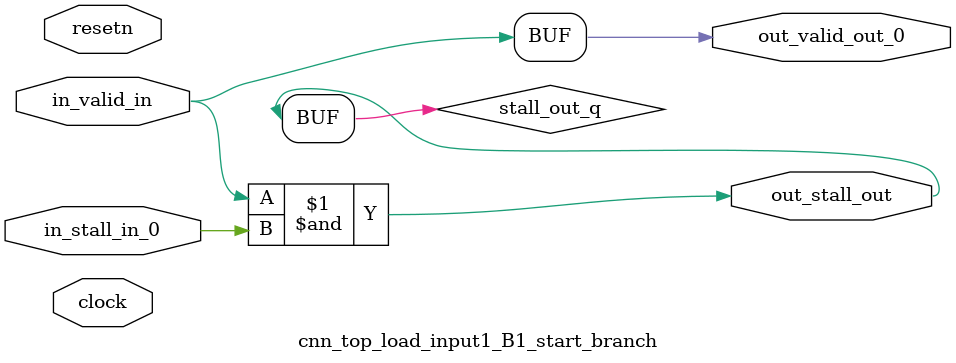
<source format=sv>



(* altera_attribute = "-name AUTO_SHIFT_REGISTER_RECOGNITION OFF; -name MESSAGE_DISABLE 10036; -name MESSAGE_DISABLE 10037; -name MESSAGE_DISABLE 14130; -name MESSAGE_DISABLE 14320; -name MESSAGE_DISABLE 15400; -name MESSAGE_DISABLE 14130; -name MESSAGE_DISABLE 10036; -name MESSAGE_DISABLE 12020; -name MESSAGE_DISABLE 12030; -name MESSAGE_DISABLE 12010; -name MESSAGE_DISABLE 12110; -name MESSAGE_DISABLE 14320; -name MESSAGE_DISABLE 13410; -name MESSAGE_DISABLE 113007; -name MESSAGE_DISABLE 10958" *)
module cnn_top_load_input1_B1_start_branch (
    input wire [0:0] in_stall_in_0,
    input wire [0:0] in_valid_in,
    output wire [0:0] out_stall_out,
    output wire [0:0] out_valid_out_0,
    input wire clock,
    input wire resetn
    );

    wire [0:0] stall_out_q;


    // stall_out(LOGICAL,6)
    assign stall_out_q = in_valid_in & in_stall_in_0;

    // out_stall_out(GPOUT,4)
    assign out_stall_out = stall_out_q;

    // out_valid_out_0(GPOUT,5)
    assign out_valid_out_0 = in_valid_in;

endmodule

</source>
